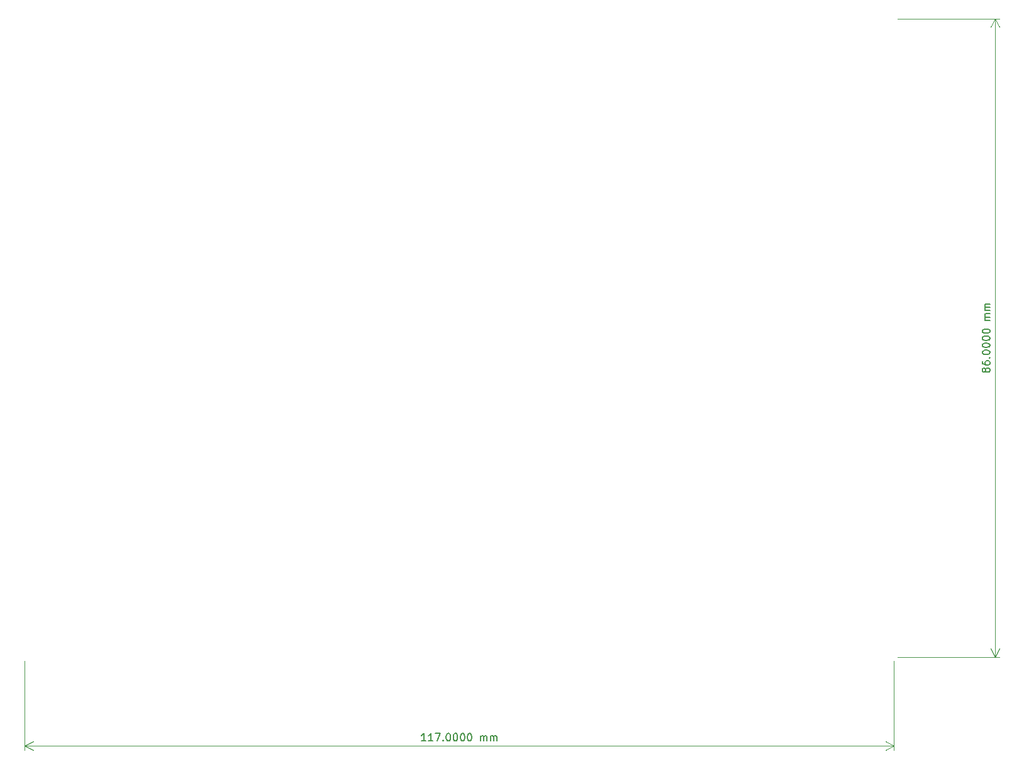
<source format=gbr>
%TF.GenerationSoftware,KiCad,Pcbnew,9.0.1*%
%TF.CreationDate,2025-05-15T18:24:47+02:00*%
%TF.ProjectId,Marble_Tiny,4d617262-6c65-45f5-9469-6e792e6b6963,rev?*%
%TF.SameCoordinates,Original*%
%TF.FileFunction,Other,User*%
%FSLAX46Y46*%
G04 Gerber Fmt 4.6, Leading zero omitted, Abs format (unit mm)*
G04 Created by KiCad (PCBNEW 9.0.1) date 2025-05-15 18:24:47*
%MOMM*%
%LPD*%
G01*
G04 APERTURE LIST*
%ADD10C,0.150000*%
%ADD11C,0.100000*%
G04 APERTURE END LIST*
D10*
X232333390Y-101428570D02*
X232285771Y-101523808D01*
X232285771Y-101523808D02*
X232238152Y-101571427D01*
X232238152Y-101571427D02*
X232142914Y-101619046D01*
X232142914Y-101619046D02*
X232095295Y-101619046D01*
X232095295Y-101619046D02*
X232000057Y-101571427D01*
X232000057Y-101571427D02*
X231952438Y-101523808D01*
X231952438Y-101523808D02*
X231904819Y-101428570D01*
X231904819Y-101428570D02*
X231904819Y-101238094D01*
X231904819Y-101238094D02*
X231952438Y-101142856D01*
X231952438Y-101142856D02*
X232000057Y-101095237D01*
X232000057Y-101095237D02*
X232095295Y-101047618D01*
X232095295Y-101047618D02*
X232142914Y-101047618D01*
X232142914Y-101047618D02*
X232238152Y-101095237D01*
X232238152Y-101095237D02*
X232285771Y-101142856D01*
X232285771Y-101142856D02*
X232333390Y-101238094D01*
X232333390Y-101238094D02*
X232333390Y-101428570D01*
X232333390Y-101428570D02*
X232381009Y-101523808D01*
X232381009Y-101523808D02*
X232428628Y-101571427D01*
X232428628Y-101571427D02*
X232523866Y-101619046D01*
X232523866Y-101619046D02*
X232714342Y-101619046D01*
X232714342Y-101619046D02*
X232809580Y-101571427D01*
X232809580Y-101571427D02*
X232857200Y-101523808D01*
X232857200Y-101523808D02*
X232904819Y-101428570D01*
X232904819Y-101428570D02*
X232904819Y-101238094D01*
X232904819Y-101238094D02*
X232857200Y-101142856D01*
X232857200Y-101142856D02*
X232809580Y-101095237D01*
X232809580Y-101095237D02*
X232714342Y-101047618D01*
X232714342Y-101047618D02*
X232523866Y-101047618D01*
X232523866Y-101047618D02*
X232428628Y-101095237D01*
X232428628Y-101095237D02*
X232381009Y-101142856D01*
X232381009Y-101142856D02*
X232333390Y-101238094D01*
X231904819Y-100190475D02*
X231904819Y-100380951D01*
X231904819Y-100380951D02*
X231952438Y-100476189D01*
X231952438Y-100476189D02*
X232000057Y-100523808D01*
X232000057Y-100523808D02*
X232142914Y-100619046D01*
X232142914Y-100619046D02*
X232333390Y-100666665D01*
X232333390Y-100666665D02*
X232714342Y-100666665D01*
X232714342Y-100666665D02*
X232809580Y-100619046D01*
X232809580Y-100619046D02*
X232857200Y-100571427D01*
X232857200Y-100571427D02*
X232904819Y-100476189D01*
X232904819Y-100476189D02*
X232904819Y-100285713D01*
X232904819Y-100285713D02*
X232857200Y-100190475D01*
X232857200Y-100190475D02*
X232809580Y-100142856D01*
X232809580Y-100142856D02*
X232714342Y-100095237D01*
X232714342Y-100095237D02*
X232476247Y-100095237D01*
X232476247Y-100095237D02*
X232381009Y-100142856D01*
X232381009Y-100142856D02*
X232333390Y-100190475D01*
X232333390Y-100190475D02*
X232285771Y-100285713D01*
X232285771Y-100285713D02*
X232285771Y-100476189D01*
X232285771Y-100476189D02*
X232333390Y-100571427D01*
X232333390Y-100571427D02*
X232381009Y-100619046D01*
X232381009Y-100619046D02*
X232476247Y-100666665D01*
X232809580Y-99666665D02*
X232857200Y-99619046D01*
X232857200Y-99619046D02*
X232904819Y-99666665D01*
X232904819Y-99666665D02*
X232857200Y-99714284D01*
X232857200Y-99714284D02*
X232809580Y-99666665D01*
X232809580Y-99666665D02*
X232904819Y-99666665D01*
X231904819Y-98999999D02*
X231904819Y-98904761D01*
X231904819Y-98904761D02*
X231952438Y-98809523D01*
X231952438Y-98809523D02*
X232000057Y-98761904D01*
X232000057Y-98761904D02*
X232095295Y-98714285D01*
X232095295Y-98714285D02*
X232285771Y-98666666D01*
X232285771Y-98666666D02*
X232523866Y-98666666D01*
X232523866Y-98666666D02*
X232714342Y-98714285D01*
X232714342Y-98714285D02*
X232809580Y-98761904D01*
X232809580Y-98761904D02*
X232857200Y-98809523D01*
X232857200Y-98809523D02*
X232904819Y-98904761D01*
X232904819Y-98904761D02*
X232904819Y-98999999D01*
X232904819Y-98999999D02*
X232857200Y-99095237D01*
X232857200Y-99095237D02*
X232809580Y-99142856D01*
X232809580Y-99142856D02*
X232714342Y-99190475D01*
X232714342Y-99190475D02*
X232523866Y-99238094D01*
X232523866Y-99238094D02*
X232285771Y-99238094D01*
X232285771Y-99238094D02*
X232095295Y-99190475D01*
X232095295Y-99190475D02*
X232000057Y-99142856D01*
X232000057Y-99142856D02*
X231952438Y-99095237D01*
X231952438Y-99095237D02*
X231904819Y-98999999D01*
X231904819Y-98047618D02*
X231904819Y-97952380D01*
X231904819Y-97952380D02*
X231952438Y-97857142D01*
X231952438Y-97857142D02*
X232000057Y-97809523D01*
X232000057Y-97809523D02*
X232095295Y-97761904D01*
X232095295Y-97761904D02*
X232285771Y-97714285D01*
X232285771Y-97714285D02*
X232523866Y-97714285D01*
X232523866Y-97714285D02*
X232714342Y-97761904D01*
X232714342Y-97761904D02*
X232809580Y-97809523D01*
X232809580Y-97809523D02*
X232857200Y-97857142D01*
X232857200Y-97857142D02*
X232904819Y-97952380D01*
X232904819Y-97952380D02*
X232904819Y-98047618D01*
X232904819Y-98047618D02*
X232857200Y-98142856D01*
X232857200Y-98142856D02*
X232809580Y-98190475D01*
X232809580Y-98190475D02*
X232714342Y-98238094D01*
X232714342Y-98238094D02*
X232523866Y-98285713D01*
X232523866Y-98285713D02*
X232285771Y-98285713D01*
X232285771Y-98285713D02*
X232095295Y-98238094D01*
X232095295Y-98238094D02*
X232000057Y-98190475D01*
X232000057Y-98190475D02*
X231952438Y-98142856D01*
X231952438Y-98142856D02*
X231904819Y-98047618D01*
X231904819Y-97095237D02*
X231904819Y-96999999D01*
X231904819Y-96999999D02*
X231952438Y-96904761D01*
X231952438Y-96904761D02*
X232000057Y-96857142D01*
X232000057Y-96857142D02*
X232095295Y-96809523D01*
X232095295Y-96809523D02*
X232285771Y-96761904D01*
X232285771Y-96761904D02*
X232523866Y-96761904D01*
X232523866Y-96761904D02*
X232714342Y-96809523D01*
X232714342Y-96809523D02*
X232809580Y-96857142D01*
X232809580Y-96857142D02*
X232857200Y-96904761D01*
X232857200Y-96904761D02*
X232904819Y-96999999D01*
X232904819Y-96999999D02*
X232904819Y-97095237D01*
X232904819Y-97095237D02*
X232857200Y-97190475D01*
X232857200Y-97190475D02*
X232809580Y-97238094D01*
X232809580Y-97238094D02*
X232714342Y-97285713D01*
X232714342Y-97285713D02*
X232523866Y-97333332D01*
X232523866Y-97333332D02*
X232285771Y-97333332D01*
X232285771Y-97333332D02*
X232095295Y-97285713D01*
X232095295Y-97285713D02*
X232000057Y-97238094D01*
X232000057Y-97238094D02*
X231952438Y-97190475D01*
X231952438Y-97190475D02*
X231904819Y-97095237D01*
X231904819Y-96142856D02*
X231904819Y-96047618D01*
X231904819Y-96047618D02*
X231952438Y-95952380D01*
X231952438Y-95952380D02*
X232000057Y-95904761D01*
X232000057Y-95904761D02*
X232095295Y-95857142D01*
X232095295Y-95857142D02*
X232285771Y-95809523D01*
X232285771Y-95809523D02*
X232523866Y-95809523D01*
X232523866Y-95809523D02*
X232714342Y-95857142D01*
X232714342Y-95857142D02*
X232809580Y-95904761D01*
X232809580Y-95904761D02*
X232857200Y-95952380D01*
X232857200Y-95952380D02*
X232904819Y-96047618D01*
X232904819Y-96047618D02*
X232904819Y-96142856D01*
X232904819Y-96142856D02*
X232857200Y-96238094D01*
X232857200Y-96238094D02*
X232809580Y-96285713D01*
X232809580Y-96285713D02*
X232714342Y-96333332D01*
X232714342Y-96333332D02*
X232523866Y-96380951D01*
X232523866Y-96380951D02*
X232285771Y-96380951D01*
X232285771Y-96380951D02*
X232095295Y-96333332D01*
X232095295Y-96333332D02*
X232000057Y-96285713D01*
X232000057Y-96285713D02*
X231952438Y-96238094D01*
X231952438Y-96238094D02*
X231904819Y-96142856D01*
X232904819Y-94619046D02*
X232238152Y-94619046D01*
X232333390Y-94619046D02*
X232285771Y-94571427D01*
X232285771Y-94571427D02*
X232238152Y-94476189D01*
X232238152Y-94476189D02*
X232238152Y-94333332D01*
X232238152Y-94333332D02*
X232285771Y-94238094D01*
X232285771Y-94238094D02*
X232381009Y-94190475D01*
X232381009Y-94190475D02*
X232904819Y-94190475D01*
X232381009Y-94190475D02*
X232285771Y-94142856D01*
X232285771Y-94142856D02*
X232238152Y-94047618D01*
X232238152Y-94047618D02*
X232238152Y-93904761D01*
X232238152Y-93904761D02*
X232285771Y-93809522D01*
X232285771Y-93809522D02*
X232381009Y-93761903D01*
X232381009Y-93761903D02*
X232904819Y-93761903D01*
X232904819Y-93285713D02*
X232238152Y-93285713D01*
X232333390Y-93285713D02*
X232285771Y-93238094D01*
X232285771Y-93238094D02*
X232238152Y-93142856D01*
X232238152Y-93142856D02*
X232238152Y-92999999D01*
X232238152Y-92999999D02*
X232285771Y-92904761D01*
X232285771Y-92904761D02*
X232381009Y-92857142D01*
X232381009Y-92857142D02*
X232904819Y-92857142D01*
X232381009Y-92857142D02*
X232285771Y-92809523D01*
X232285771Y-92809523D02*
X232238152Y-92714285D01*
X232238152Y-92714285D02*
X232238152Y-92571428D01*
X232238152Y-92571428D02*
X232285771Y-92476189D01*
X232285771Y-92476189D02*
X232381009Y-92428570D01*
X232381009Y-92428570D02*
X232904819Y-92428570D01*
D11*
X220500000Y-140000000D02*
X234186420Y-140000000D01*
X234186420Y-54000000D02*
X220500000Y-54000000D01*
X233600000Y-140000000D02*
X233600000Y-54000000D01*
X233600000Y-140000000D02*
X233013579Y-138873496D01*
X233600000Y-140000000D02*
X234186421Y-138873496D01*
X233600000Y-54000000D02*
X234186421Y-55126504D01*
X233600000Y-54000000D02*
X233013579Y-55126504D01*
D10*
X156976190Y-151304819D02*
X156404762Y-151304819D01*
X156690476Y-151304819D02*
X156690476Y-150304819D01*
X156690476Y-150304819D02*
X156595238Y-150447676D01*
X156595238Y-150447676D02*
X156500000Y-150542914D01*
X156500000Y-150542914D02*
X156404762Y-150590533D01*
X157928571Y-151304819D02*
X157357143Y-151304819D01*
X157642857Y-151304819D02*
X157642857Y-150304819D01*
X157642857Y-150304819D02*
X157547619Y-150447676D01*
X157547619Y-150447676D02*
X157452381Y-150542914D01*
X157452381Y-150542914D02*
X157357143Y-150590533D01*
X158261905Y-150304819D02*
X158928571Y-150304819D01*
X158928571Y-150304819D02*
X158500000Y-151304819D01*
X159309524Y-151209580D02*
X159357143Y-151257200D01*
X159357143Y-151257200D02*
X159309524Y-151304819D01*
X159309524Y-151304819D02*
X159261905Y-151257200D01*
X159261905Y-151257200D02*
X159309524Y-151209580D01*
X159309524Y-151209580D02*
X159309524Y-151304819D01*
X159976190Y-150304819D02*
X160071428Y-150304819D01*
X160071428Y-150304819D02*
X160166666Y-150352438D01*
X160166666Y-150352438D02*
X160214285Y-150400057D01*
X160214285Y-150400057D02*
X160261904Y-150495295D01*
X160261904Y-150495295D02*
X160309523Y-150685771D01*
X160309523Y-150685771D02*
X160309523Y-150923866D01*
X160309523Y-150923866D02*
X160261904Y-151114342D01*
X160261904Y-151114342D02*
X160214285Y-151209580D01*
X160214285Y-151209580D02*
X160166666Y-151257200D01*
X160166666Y-151257200D02*
X160071428Y-151304819D01*
X160071428Y-151304819D02*
X159976190Y-151304819D01*
X159976190Y-151304819D02*
X159880952Y-151257200D01*
X159880952Y-151257200D02*
X159833333Y-151209580D01*
X159833333Y-151209580D02*
X159785714Y-151114342D01*
X159785714Y-151114342D02*
X159738095Y-150923866D01*
X159738095Y-150923866D02*
X159738095Y-150685771D01*
X159738095Y-150685771D02*
X159785714Y-150495295D01*
X159785714Y-150495295D02*
X159833333Y-150400057D01*
X159833333Y-150400057D02*
X159880952Y-150352438D01*
X159880952Y-150352438D02*
X159976190Y-150304819D01*
X160928571Y-150304819D02*
X161023809Y-150304819D01*
X161023809Y-150304819D02*
X161119047Y-150352438D01*
X161119047Y-150352438D02*
X161166666Y-150400057D01*
X161166666Y-150400057D02*
X161214285Y-150495295D01*
X161214285Y-150495295D02*
X161261904Y-150685771D01*
X161261904Y-150685771D02*
X161261904Y-150923866D01*
X161261904Y-150923866D02*
X161214285Y-151114342D01*
X161214285Y-151114342D02*
X161166666Y-151209580D01*
X161166666Y-151209580D02*
X161119047Y-151257200D01*
X161119047Y-151257200D02*
X161023809Y-151304819D01*
X161023809Y-151304819D02*
X160928571Y-151304819D01*
X160928571Y-151304819D02*
X160833333Y-151257200D01*
X160833333Y-151257200D02*
X160785714Y-151209580D01*
X160785714Y-151209580D02*
X160738095Y-151114342D01*
X160738095Y-151114342D02*
X160690476Y-150923866D01*
X160690476Y-150923866D02*
X160690476Y-150685771D01*
X160690476Y-150685771D02*
X160738095Y-150495295D01*
X160738095Y-150495295D02*
X160785714Y-150400057D01*
X160785714Y-150400057D02*
X160833333Y-150352438D01*
X160833333Y-150352438D02*
X160928571Y-150304819D01*
X161880952Y-150304819D02*
X161976190Y-150304819D01*
X161976190Y-150304819D02*
X162071428Y-150352438D01*
X162071428Y-150352438D02*
X162119047Y-150400057D01*
X162119047Y-150400057D02*
X162166666Y-150495295D01*
X162166666Y-150495295D02*
X162214285Y-150685771D01*
X162214285Y-150685771D02*
X162214285Y-150923866D01*
X162214285Y-150923866D02*
X162166666Y-151114342D01*
X162166666Y-151114342D02*
X162119047Y-151209580D01*
X162119047Y-151209580D02*
X162071428Y-151257200D01*
X162071428Y-151257200D02*
X161976190Y-151304819D01*
X161976190Y-151304819D02*
X161880952Y-151304819D01*
X161880952Y-151304819D02*
X161785714Y-151257200D01*
X161785714Y-151257200D02*
X161738095Y-151209580D01*
X161738095Y-151209580D02*
X161690476Y-151114342D01*
X161690476Y-151114342D02*
X161642857Y-150923866D01*
X161642857Y-150923866D02*
X161642857Y-150685771D01*
X161642857Y-150685771D02*
X161690476Y-150495295D01*
X161690476Y-150495295D02*
X161738095Y-150400057D01*
X161738095Y-150400057D02*
X161785714Y-150352438D01*
X161785714Y-150352438D02*
X161880952Y-150304819D01*
X162833333Y-150304819D02*
X162928571Y-150304819D01*
X162928571Y-150304819D02*
X163023809Y-150352438D01*
X163023809Y-150352438D02*
X163071428Y-150400057D01*
X163071428Y-150400057D02*
X163119047Y-150495295D01*
X163119047Y-150495295D02*
X163166666Y-150685771D01*
X163166666Y-150685771D02*
X163166666Y-150923866D01*
X163166666Y-150923866D02*
X163119047Y-151114342D01*
X163119047Y-151114342D02*
X163071428Y-151209580D01*
X163071428Y-151209580D02*
X163023809Y-151257200D01*
X163023809Y-151257200D02*
X162928571Y-151304819D01*
X162928571Y-151304819D02*
X162833333Y-151304819D01*
X162833333Y-151304819D02*
X162738095Y-151257200D01*
X162738095Y-151257200D02*
X162690476Y-151209580D01*
X162690476Y-151209580D02*
X162642857Y-151114342D01*
X162642857Y-151114342D02*
X162595238Y-150923866D01*
X162595238Y-150923866D02*
X162595238Y-150685771D01*
X162595238Y-150685771D02*
X162642857Y-150495295D01*
X162642857Y-150495295D02*
X162690476Y-150400057D01*
X162690476Y-150400057D02*
X162738095Y-150352438D01*
X162738095Y-150352438D02*
X162833333Y-150304819D01*
X164357143Y-151304819D02*
X164357143Y-150638152D01*
X164357143Y-150733390D02*
X164404762Y-150685771D01*
X164404762Y-150685771D02*
X164500000Y-150638152D01*
X164500000Y-150638152D02*
X164642857Y-150638152D01*
X164642857Y-150638152D02*
X164738095Y-150685771D01*
X164738095Y-150685771D02*
X164785714Y-150781009D01*
X164785714Y-150781009D02*
X164785714Y-151304819D01*
X164785714Y-150781009D02*
X164833333Y-150685771D01*
X164833333Y-150685771D02*
X164928571Y-150638152D01*
X164928571Y-150638152D02*
X165071428Y-150638152D01*
X165071428Y-150638152D02*
X165166667Y-150685771D01*
X165166667Y-150685771D02*
X165214286Y-150781009D01*
X165214286Y-150781009D02*
X165214286Y-151304819D01*
X165690476Y-151304819D02*
X165690476Y-150638152D01*
X165690476Y-150733390D02*
X165738095Y-150685771D01*
X165738095Y-150685771D02*
X165833333Y-150638152D01*
X165833333Y-150638152D02*
X165976190Y-150638152D01*
X165976190Y-150638152D02*
X166071428Y-150685771D01*
X166071428Y-150685771D02*
X166119047Y-150781009D01*
X166119047Y-150781009D02*
X166119047Y-151304819D01*
X166119047Y-150781009D02*
X166166666Y-150685771D01*
X166166666Y-150685771D02*
X166261904Y-150638152D01*
X166261904Y-150638152D02*
X166404761Y-150638152D01*
X166404761Y-150638152D02*
X166500000Y-150685771D01*
X166500000Y-150685771D02*
X166547619Y-150781009D01*
X166547619Y-150781009D02*
X166547619Y-151304819D01*
D11*
X103000000Y-140500000D02*
X103000000Y-152586420D01*
X220000000Y-152586420D02*
X220000000Y-140500000D01*
X103000000Y-152000000D02*
X220000000Y-152000000D01*
X103000000Y-152000000D02*
X104126504Y-151413579D01*
X103000000Y-152000000D02*
X104126504Y-152586421D01*
X220000000Y-152000000D02*
X218873496Y-152586421D01*
X220000000Y-152000000D02*
X218873496Y-151413579D01*
M02*

</source>
